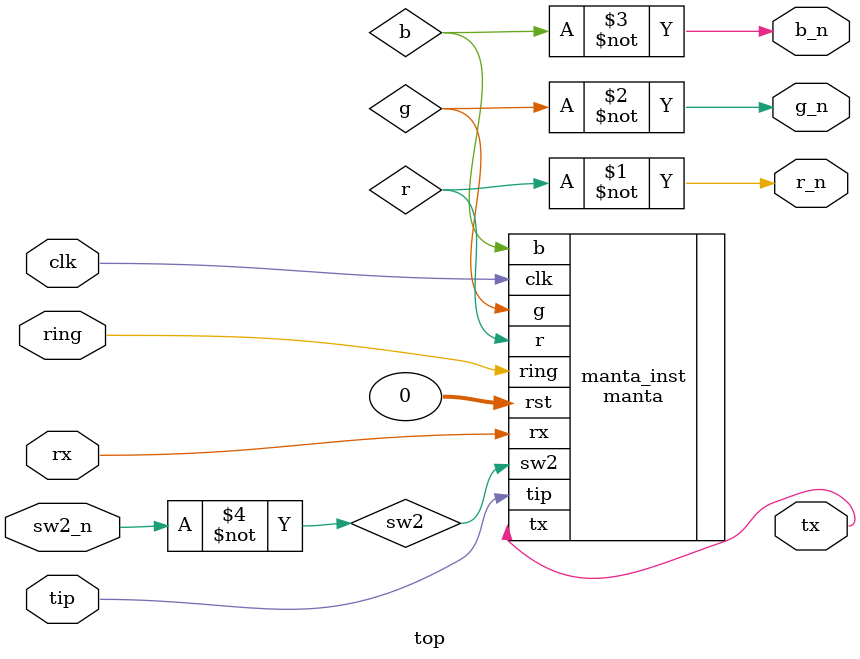
<source format=sv>
module top (
  input logic clk,
  input logic rx,
  input logic sw2_n,
  input logic tip,
  input logic ring,
  output wire tx,
  output wire r_n,
  output wire g_n,
  output wire b_n
);

  wire r, g, b, sw2;
  assign r_n = ~r,
    g_n = ~g,
    b_n = ~b,
    sw2 = ~sw2_n;

  manta manta_inst (
    .clk(clk),
    .rst(0),
    .rx(rx),
    .tx(tx),
    .sw2(sw2),
    .r(r),
    .g(g),
    .b(b),
    .tip(tip),
    .ring(ring)
  );

endmodule

</source>
